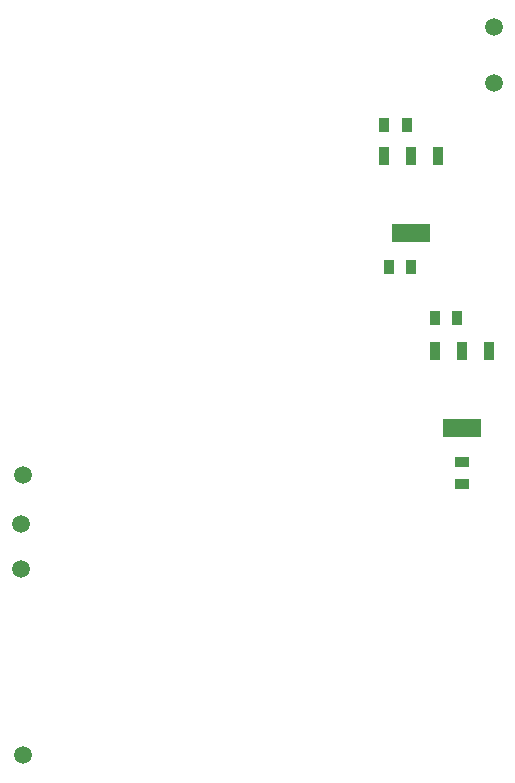
<source format=gtp>
G04*
G04 #@! TF.GenerationSoftware,Altium Limited,Altium Designer,21.3.2 (30)*
G04*
G04 Layer_Color=8421504*
%FSTAX25Y25*%
%MOIN*%
G70*
G04*
G04 #@! TF.SameCoordinates,19385EB9-96A7-4604-B433-F295045984F4*
G04*
G04*
G04 #@! TF.FilePolarity,Positive*
G04*
G01*
G75*
%ADD21C,0.05906*%
%ADD22R,0.05118X0.03543*%
%ADD23R,0.03740X0.06496*%
%ADD24R,0.12992X0.06496*%
%ADD25R,0.03543X0.05118*%
D21*
X01421Y01776D02*
D03*
X01427Y02091D02*
D03*
X01422Y01927D02*
D03*
X02997Y03398D02*
D03*
X02998Y03583D02*
D03*
X01428Y01155D02*
D03*
D22*
X02892Y020592D02*
D03*
Y02134D02*
D03*
D23*
X02982Y0250321D02*
D03*
X0289145D02*
D03*
X028009D02*
D03*
X02811Y03154D02*
D03*
X0272045D02*
D03*
X026299D02*
D03*
D24*
X0289145Y0224534D02*
D03*
X0272045Y0289613D02*
D03*
D25*
X026462Y02783D02*
D03*
X02721D02*
D03*
X027064Y03258D02*
D03*
X026316D02*
D03*
X028754Y02612D02*
D03*
X028006D02*
D03*
M02*

</source>
